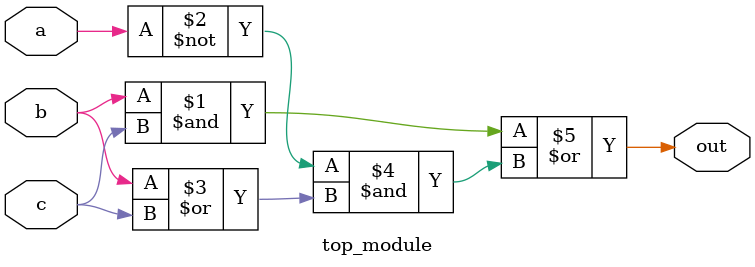
<source format=sv>
module top_module(
    input a, 
    input b,
    input c,
    output out
);

assign out = (b & c) | (~a & (b | c));

endmodule

</source>
